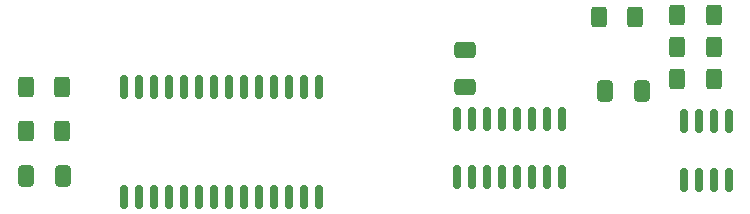
<source format=gtp>
%TF.GenerationSoftware,KiCad,Pcbnew,9.0.2-9.0.2-0~ubuntu24.04.1*%
%TF.CreationDate,2025-07-08T16:58:14-04:00*%
%TF.ProjectId,GPIO_ADC_uHAT,4750494f-5f41-4444-935f-754841542e6b,rev?*%
%TF.SameCoordinates,Original*%
%TF.FileFunction,Paste,Top*%
%TF.FilePolarity,Positive*%
%FSLAX46Y46*%
G04 Gerber Fmt 4.6, Leading zero omitted, Abs format (unit mm)*
G04 Created by KiCad (PCBNEW 9.0.2-9.0.2-0~ubuntu24.04.1) date 2025-07-08 16:58:14*
%MOMM*%
%LPD*%
G01*
G04 APERTURE LIST*
G04 Aperture macros list*
%AMRoundRect*
0 Rectangle with rounded corners*
0 $1 Rounding radius*
0 $2 $3 $4 $5 $6 $7 $8 $9 X,Y pos of 4 corners*
0 Add a 4 corners polygon primitive as box body*
4,1,4,$2,$3,$4,$5,$6,$7,$8,$9,$2,$3,0*
0 Add four circle primitives for the rounded corners*
1,1,$1+$1,$2,$3*
1,1,$1+$1,$4,$5*
1,1,$1+$1,$6,$7*
1,1,$1+$1,$8,$9*
0 Add four rect primitives between the rounded corners*
20,1,$1+$1,$2,$3,$4,$5,0*
20,1,$1+$1,$4,$5,$6,$7,0*
20,1,$1+$1,$6,$7,$8,$9,0*
20,1,$1+$1,$8,$9,$2,$3,0*%
G04 Aperture macros list end*
%ADD10RoundRect,0.250000X-0.400000X-0.625000X0.400000X-0.625000X0.400000X0.625000X-0.400000X0.625000X0*%
%ADD11RoundRect,0.150000X0.150000X-0.825000X0.150000X0.825000X-0.150000X0.825000X-0.150000X-0.825000X0*%
%ADD12RoundRect,0.250000X0.412500X0.650000X-0.412500X0.650000X-0.412500X-0.650000X0.412500X-0.650000X0*%
%ADD13RoundRect,0.150000X-0.150000X0.875000X-0.150000X-0.875000X0.150000X-0.875000X0.150000X0.875000X0*%
%ADD14RoundRect,0.250000X0.650000X-0.412500X0.650000X0.412500X-0.650000X0.412500X-0.650000X-0.412500X0*%
%ADD15RoundRect,0.250000X-0.412500X-0.650000X0.412500X-0.650000X0.412500X0.650000X-0.412500X0.650000X0*%
G04 APERTURE END LIST*
D10*
%TO.C,R2*%
X174600000Y-72600000D03*
X177700000Y-72600000D03*
%TD*%
D11*
%TO.C,U3*%
X175160000Y-81100000D03*
X176430000Y-81100000D03*
X177700000Y-81100000D03*
X178970000Y-81100000D03*
X178970000Y-76150000D03*
X177700000Y-76150000D03*
X176430000Y-76150000D03*
X175160000Y-76150000D03*
%TD*%
D12*
%TO.C,C3*%
X171600000Y-73600000D03*
X168475000Y-73600000D03*
%TD*%
D10*
%TO.C,R6*%
X119450000Y-73250000D03*
X122550000Y-73250000D03*
%TD*%
%TO.C,R4*%
X174600000Y-69900000D03*
X177700000Y-69900000D03*
%TD*%
%TO.C,R1*%
X167950000Y-67300000D03*
X171050000Y-67300000D03*
%TD*%
D13*
%TO.C,U1*%
X144235000Y-73250000D03*
X142965000Y-73250000D03*
X141695000Y-73250000D03*
X140425000Y-73250000D03*
X139155000Y-73250000D03*
X137885000Y-73250000D03*
X136615000Y-73250000D03*
X135345000Y-73250000D03*
X134075000Y-73250000D03*
X132805000Y-73250000D03*
X131535000Y-73250000D03*
X130265000Y-73250000D03*
X128995000Y-73250000D03*
X127725000Y-73250000D03*
X127725000Y-82550000D03*
X128995000Y-82550000D03*
X130265000Y-82550000D03*
X131535000Y-82550000D03*
X132805000Y-82550000D03*
X134075000Y-82550000D03*
X135345000Y-82550000D03*
X136615000Y-82550000D03*
X137885000Y-82550000D03*
X139155000Y-82550000D03*
X140425000Y-82550000D03*
X141695000Y-82550000D03*
X142965000Y-82550000D03*
X144235000Y-82550000D03*
%TD*%
D10*
%TO.C,R3*%
X174600000Y-67200000D03*
X177700000Y-67200000D03*
%TD*%
D14*
%TO.C,C2*%
X156590000Y-73252500D03*
X156590000Y-70127500D03*
%TD*%
D15*
%TO.C,C1*%
X119437500Y-80750000D03*
X122562500Y-80750000D03*
%TD*%
D10*
%TO.C,R5*%
X119450000Y-77000000D03*
X122550000Y-77000000D03*
%TD*%
D11*
%TO.C,U4*%
X155955000Y-80875000D03*
X157225000Y-80875000D03*
X158495000Y-80875000D03*
X159765000Y-80875000D03*
X161035000Y-80875000D03*
X162305000Y-80875000D03*
X163575000Y-80875000D03*
X164845000Y-80875000D03*
X164845000Y-75925000D03*
X163575000Y-75925000D03*
X162305000Y-75925000D03*
X161035000Y-75925000D03*
X159765000Y-75925000D03*
X158495000Y-75925000D03*
X157225000Y-75925000D03*
X155955000Y-75925000D03*
%TD*%
M02*

</source>
